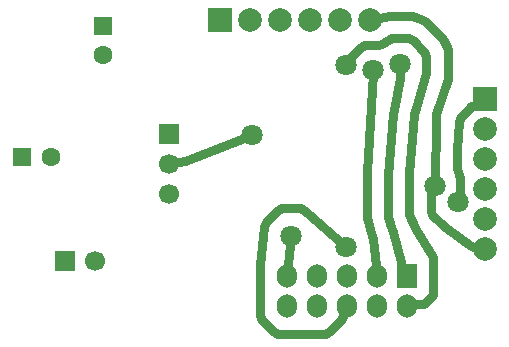
<source format=gbr>
%TF.GenerationSoftware,KiCad,Pcbnew,9.0.0*%
%TF.CreationDate,2025-07-29T16:03:53+03:00*%
%TF.ProjectId,f103c6t6,66313033-6336-4743-962e-6b696361645f,rev?*%
%TF.SameCoordinates,Original*%
%TF.FileFunction,Copper,L1,Top*%
%TF.FilePolarity,Positive*%
%FSLAX46Y46*%
G04 Gerber Fmt 4.6, Leading zero omitted, Abs format (unit mm)*
G04 Created by KiCad (PCBNEW 9.0.0) date 2025-07-29 16:03:53*
%MOMM*%
%LPD*%
G01*
G04 APERTURE LIST*
%TA.AperFunction,ComponentPad*%
%ADD10R,2.000000X2.000000*%
%TD*%
%TA.AperFunction,ComponentPad*%
%ADD11C,2.000000*%
%TD*%
%TA.AperFunction,ComponentPad*%
%ADD12R,1.700000X2.000000*%
%TD*%
%TA.AperFunction,ComponentPad*%
%ADD13O,1.700000X2.000000*%
%TD*%
%TA.AperFunction,ComponentPad*%
%ADD14R,1.600000X1.600000*%
%TD*%
%TA.AperFunction,ComponentPad*%
%ADD15C,1.600000*%
%TD*%
%TA.AperFunction,ComponentPad*%
%ADD16R,1.700000X1.700000*%
%TD*%
%TA.AperFunction,ComponentPad*%
%ADD17C,1.700000*%
%TD*%
%TA.AperFunction,ViaPad*%
%ADD18C,1.800000*%
%TD*%
%TA.AperFunction,Conductor*%
%ADD19C,0.800000*%
%TD*%
G04 APERTURE END LIST*
D10*
%TO.P,J3,1*%
%TO.N,+3.3V*%
X161996300Y-81532700D03*
D11*
%TO.P,J3,2*%
%TO.N,Net-(J3-Pin_2)*%
X161996300Y-84072700D03*
%TO.P,J3,3*%
%TO.N,Net-(J3-Pin_3)*%
X161996300Y-86612700D03*
%TO.P,J3,4*%
%TO.N,Net-(J3-Pin_4)*%
X161996300Y-89152700D03*
%TO.P,J3,5*%
%TO.N,Net-(J3-Pin_5)*%
X161996300Y-91692700D03*
%TO.P,J3,6*%
%TO.N,GNDREF*%
X161996300Y-94232700D03*
%TD*%
D12*
%TO.P,J1,1*%
%TO.N,Net-(J1-Pin_1)*%
X155346300Y-96470900D03*
D13*
%TO.P,J1,2*%
%TO.N,Net-(J1-Pin_2)*%
X155346300Y-99010900D03*
%TO.P,J1,3*%
%TO.N,Net-(J1-Pin_3)*%
X152806300Y-96470900D03*
%TO.P,J1,4*%
%TO.N,Net-(J1-Pin_4)*%
X152806300Y-99010900D03*
%TO.P,J1,5*%
%TO.N,Net-(J1-Pin_5)*%
X150266300Y-96470900D03*
%TO.P,J1,6*%
%TO.N,Net-(J1-Pin_6)*%
X150266300Y-99010900D03*
%TO.P,J1,7*%
%TO.N,Net-(J1-Pin_7)*%
X147726300Y-96470900D03*
%TO.P,J1,8*%
%TO.N,Net-(J1-Pin_8)*%
X147726300Y-99010900D03*
%TO.P,J1,9*%
%TO.N,GNDREF*%
X145186300Y-96470900D03*
%TO.P,J1,10*%
X145186300Y-99010900D03*
%TD*%
D14*
%TO.P,C1,1*%
%TO.N,+5V*%
X122750000Y-86405000D03*
D15*
%TO.P,C1,2*%
%TO.N,GNDREF*%
X125250000Y-86405000D03*
%TD*%
D16*
%TO.P,J4,1*%
%TO.N,+5V*%
X126409700Y-95228400D03*
D17*
%TO.P,J4,2*%
%TO.N,GNDREF*%
X128949700Y-95228400D03*
%TD*%
D10*
%TO.P,J5,1*%
%TO.N,+3.3V*%
X139508500Y-74805900D03*
D11*
%TO.P,J5,2*%
%TO.N,button_1*%
X142048500Y-74805900D03*
%TO.P,J5,3*%
%TO.N,button_2*%
X144588500Y-74805900D03*
%TO.P,J5,4*%
%TO.N,button_3*%
X147128500Y-74805900D03*
%TO.P,J5,5*%
%TO.N,button_4*%
X149668500Y-74805900D03*
%TO.P,J5,6*%
%TO.N,GNDREF*%
X152208500Y-74805900D03*
%TD*%
D14*
%TO.P,C4,1*%
%TO.N,+3.3V*%
X129683800Y-75309700D03*
D15*
%TO.P,C4,2*%
%TO.N,GNDREF*%
X129683800Y-77809700D03*
%TD*%
D16*
%TO.P,J2,1*%
%TO.N,+3.3V*%
X135212700Y-84496900D03*
D17*
%TO.P,J2,2*%
%TO.N,RX433*%
X135212700Y-87036900D03*
%TO.P,J2,3*%
%TO.N,GNDREF*%
X135212700Y-89576900D03*
%TD*%
D18*
%TO.N,GNDREF*%
X157780700Y-88879900D03*
X145555600Y-93072500D03*
%TO.N,+3.3V*%
X159667000Y-90252100D03*
%TO.N,RX433*%
X142259600Y-84553100D03*
%TO.N,Net-(J1-Pin_6)*%
X150190900Y-94070800D03*
%TO.N,Net-(J1-Pin_1)*%
X154796100Y-78583200D03*
%TO.N,Net-(J1-Pin_3)*%
X152493300Y-79022700D03*
%TO.N,Net-(J1-Pin_2)*%
X150190900Y-78608900D03*
%TD*%
D19*
%TO.N,GNDREF*%
X158561400Y-92387700D02*
X157531400Y-91357700D01*
X156069500Y-74558100D02*
X156746500Y-74838700D01*
X155771200Y-74483200D02*
X156069500Y-74558100D01*
X157531400Y-89146500D02*
X157780700Y-88879900D01*
X161996300Y-94232700D02*
X161243300Y-94092700D01*
X160828700Y-93921000D02*
X158561400Y-92387700D01*
X158896100Y-79558300D02*
X158821200Y-79856600D01*
X153821000Y-74483200D02*
X155771200Y-74483200D01*
X157010200Y-74996800D02*
X158382500Y-76369100D01*
X145186300Y-96320900D02*
X145555600Y-93072500D01*
X157876000Y-82767900D02*
X157796300Y-83085200D01*
X158896100Y-77608100D02*
X158896100Y-79558300D01*
X156746500Y-74838700D02*
X157010200Y-74996800D01*
X161243300Y-94092700D02*
X160828700Y-93921000D01*
X157531400Y-91357700D02*
X157376300Y-90983300D01*
X157376300Y-89520900D02*
X157531400Y-89146500D01*
X158382500Y-76369100D02*
X158540600Y-76632800D01*
X158821200Y-79856600D02*
X157876000Y-82767900D01*
X158821200Y-77309800D02*
X158896100Y-77608100D01*
X157376300Y-90983300D02*
X157376300Y-89520900D01*
X152208500Y-74805900D02*
X153821000Y-74483200D01*
X145186300Y-96470900D02*
X145186300Y-96320900D01*
X157796300Y-83085200D02*
X157780700Y-88879900D01*
X158540600Y-76632800D02*
X158821200Y-77309800D01*
%TO.N,+3.3V*%
X159942400Y-83021700D02*
X160596300Y-82367000D01*
X159667000Y-90252100D02*
X159838500Y-89564800D01*
X159838500Y-89564800D02*
X159838500Y-88195000D01*
X159655900Y-87353800D02*
X159655900Y-85871600D01*
X159838500Y-88195000D02*
X159655900Y-87353800D01*
X161396300Y-82132700D02*
X161996300Y-81532700D01*
X159655900Y-85871600D02*
X159802000Y-83360600D01*
X159802000Y-83360600D02*
X159942400Y-83021700D01*
X160996300Y-82132700D02*
X161396300Y-82132700D01*
X160596300Y-82367000D02*
X160830600Y-82132700D01*
X160830600Y-82132700D02*
X160996300Y-82132700D01*
%TO.N,RX433*%
X135212700Y-87036900D02*
X136616800Y-86746900D01*
X136616800Y-86746900D02*
X142259600Y-84553100D01*
%TO.N,Net-(J1-Pin_6)*%
X148449400Y-101410900D02*
X147003200Y-101410900D01*
X144444700Y-90929000D02*
X144822500Y-90772500D01*
X150266300Y-99010900D02*
X150266300Y-99160900D01*
X149827400Y-100243500D02*
X148808900Y-101262000D01*
X148808900Y-101262000D02*
X148449400Y-101410900D01*
X142936300Y-99884000D02*
X142936300Y-98437800D01*
X143085200Y-100243500D02*
X142936300Y-99884000D01*
X142936300Y-98437800D02*
X142936300Y-95597800D01*
X142936300Y-95597800D02*
X143255600Y-92339400D01*
X150266300Y-99160900D02*
X149976300Y-99884000D01*
X144463200Y-101410900D02*
X144103700Y-101262000D01*
X146666500Y-90929000D02*
X150190900Y-94070800D01*
X146288700Y-90772500D02*
X146666500Y-90929000D01*
X143412100Y-91961600D02*
X144444700Y-90929000D01*
X143255600Y-92339400D02*
X143412100Y-91961600D01*
X147003200Y-101410900D02*
X144463200Y-101410900D01*
X149976300Y-99884000D02*
X149827400Y-100243500D01*
X144822500Y-90772500D02*
X146288700Y-90772500D01*
X144103700Y-101262000D02*
X143085200Y-100243500D01*
%TO.N,Net-(J1-Pin_1)*%
X154896300Y-95870900D02*
X154896300Y-95470900D01*
X154793300Y-79755800D02*
X154796100Y-78583200D01*
X154196300Y-82758800D02*
X154249300Y-82426700D01*
X154249300Y-82426700D02*
X154793300Y-79755800D01*
X154896300Y-95305200D02*
X154198300Y-92803300D01*
X155346300Y-96470900D02*
X154896300Y-95870900D01*
X153750100Y-89846500D02*
X153750100Y-87913300D01*
X153794800Y-91413000D02*
X153750100Y-89846500D01*
X154198300Y-92803300D02*
X153965200Y-92109100D01*
X153965200Y-92109100D02*
X153947000Y-92053100D01*
X153947000Y-92053100D02*
X153810400Y-91510600D01*
X153810400Y-91510600D02*
X153794800Y-91413000D01*
X154896300Y-95470900D02*
X154896300Y-95305200D01*
X153750100Y-87913300D02*
X154196300Y-82758800D01*
%TO.N,Net-(J1-Pin_3)*%
X152225300Y-92549200D02*
X152054500Y-91870500D01*
X152806300Y-96470900D02*
X152806300Y-96320900D01*
X152054500Y-91870500D02*
X152004100Y-91555200D01*
X152490900Y-79342000D02*
X152493300Y-79022700D01*
X151984900Y-90034800D02*
X151984900Y-87725000D01*
X152481600Y-93339600D02*
X152225300Y-92549200D01*
X152004100Y-91555200D02*
X151984900Y-90034800D01*
X151984900Y-87725000D02*
X152490900Y-79342000D01*
X152806300Y-96320900D02*
X152481600Y-93339600D01*
%TO.N,Net-(J1-Pin_2)*%
X156014400Y-82788500D02*
X156153400Y-82236300D01*
X155346300Y-99010900D02*
X155346300Y-98870900D01*
X157576800Y-98072000D02*
X157596300Y-98025000D01*
X156750400Y-98870900D02*
X156797400Y-98851400D01*
X155570300Y-87774300D02*
X155996300Y-82901600D01*
X155659600Y-91519600D02*
X155585600Y-91224900D01*
X156994800Y-79296100D02*
X156994800Y-77870300D01*
X157596300Y-98025000D02*
X157596300Y-96916800D01*
X153239200Y-76829400D02*
X152913400Y-76964300D01*
X151519200Y-77084000D02*
X150554600Y-78048600D01*
X157596300Y-96916800D02*
X157596300Y-94916800D01*
X156095400Y-92454700D02*
X155939200Y-92194100D01*
X155585600Y-91224900D02*
X155515400Y-89606100D01*
X156853700Y-77529700D02*
X155849600Y-76525600D01*
X155849600Y-76525600D02*
X155509000Y-76384500D01*
X155509000Y-76384500D02*
X154083200Y-76384500D01*
X152913400Y-76964300D02*
X151808300Y-76964300D01*
X156994800Y-77870300D02*
X156853700Y-77529700D01*
X155346300Y-98870900D02*
X156750400Y-98870900D01*
X157596300Y-94916800D02*
X157576800Y-94869800D01*
X154083200Y-76384500D02*
X153742600Y-76525600D01*
X150554600Y-78048600D02*
X150190900Y-78608900D01*
X155515400Y-88153700D02*
X155570300Y-87774300D01*
X155996300Y-82901600D02*
X156014400Y-82788500D01*
X155515400Y-89606100D02*
X155515400Y-88153700D01*
X155939200Y-92194100D02*
X155659600Y-91519600D01*
X156153400Y-82236300D02*
X156994800Y-79296100D01*
X156797400Y-98851400D02*
X157576800Y-98072000D01*
X157576800Y-94869800D02*
X156095400Y-92454700D01*
X153742600Y-76525600D02*
X153239200Y-76829400D01*
X151808300Y-76964300D02*
X151519200Y-77084000D01*
%TD*%
M02*

</source>
